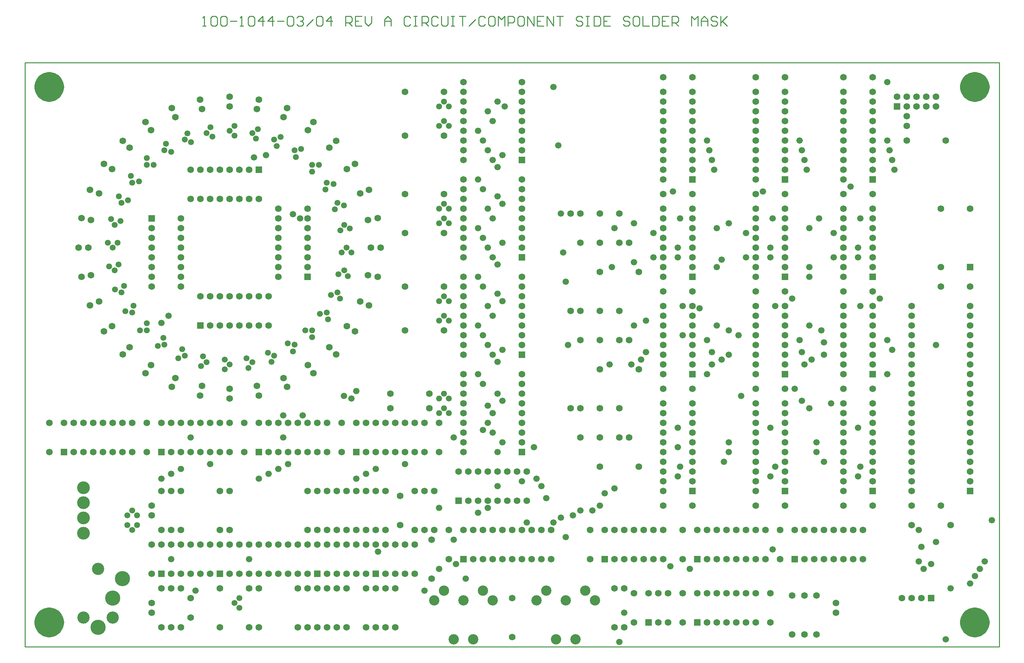
<source format=gbs>
*%FSLAX23Y23*%
*%MOIN*%
G01*
%ADD11C,0.007*%
%ADD12C,0.008*%
%ADD13C,0.010*%
%ADD14C,0.012*%
%ADD15C,0.020*%
%ADD16C,0.032*%
%ADD17C,0.032*%
%ADD18C,0.036*%
%ADD19C,0.036*%
%ADD20C,0.042*%
%ADD21C,0.050*%
%ADD22C,0.050*%
%ADD23C,0.052*%
%ADD24C,0.052*%
%ADD25C,0.055*%
%ADD26C,0.055*%
%ADD27C,0.056*%
%ADD28C,0.056*%
%ADD29C,0.060*%
%ADD30C,0.061*%
%ADD31C,0.061*%
%ADD32C,0.062*%
%ADD33C,0.062*%
%ADD34C,0.066*%
%ADD35C,0.068*%
%ADD36C,0.068*%
%ADD37C,0.070*%
%ADD38C,0.080*%
%ADD39C,0.090*%
%ADD40C,0.095*%
%ADD41C,0.100*%
%ADD42C,0.106*%
%ADD43C,0.115*%
%ADD44C,0.120*%
%ADD45C,0.125*%
%ADD46C,0.126*%
%ADD47C,0.131*%
%ADD48C,0.140*%
%ADD49C,0.150*%
%ADD50C,0.156*%
%ADD51C,0.160*%
%ADD52C,0.250*%
%ADD53R,0.062X0.062*%
%ADD54R,0.068X0.068*%
D13*
X6624Y11163D02*
X6657D01*
X6641D01*
Y11263D01*
X6642D01*
X6641D02*
X6624Y11246D01*
X6707D02*
X6724Y11263D01*
X6757D01*
X6774Y11246D01*
Y11180D01*
X6757Y11163D01*
X6724D01*
X6707Y11180D01*
Y11246D01*
X6807D02*
X6824Y11263D01*
X6857D01*
X6874Y11246D01*
Y11180D01*
X6857Y11163D01*
X6824D01*
X6807Y11180D01*
Y11246D01*
X6907Y11213D02*
X6974D01*
X7007Y11163D02*
X7041D01*
X7024D01*
Y11263D01*
X7025D01*
X7024D02*
X7007Y11246D01*
X7091D02*
X7107Y11263D01*
X7140D01*
X7157Y11246D01*
Y11180D01*
X7140Y11163D01*
X7107D01*
X7091Y11180D01*
Y11246D01*
X7240Y11263D02*
Y11163D01*
X7190Y11213D02*
X7240Y11263D01*
X7257Y11213D02*
X7190D01*
X7340Y11163D02*
Y11263D01*
X7290Y11213D01*
X7357D01*
X7390D02*
X7457D01*
X7490Y11246D02*
X7507Y11263D01*
X7540D01*
X7557Y11246D01*
Y11180D01*
X7540Y11163D01*
X7507D01*
X7490Y11180D01*
Y11246D01*
X7590D02*
X7607Y11263D01*
X7640D01*
X7657Y11246D01*
Y11230D01*
X7658D01*
X7657D02*
X7658D01*
X7657D02*
X7658D01*
X7657D02*
X7640Y11213D01*
X7624D01*
X7640D01*
X7657Y11196D01*
Y11180D01*
X7640Y11163D01*
X7607D01*
X7590Y11180D01*
X7690Y11163D02*
X7757Y11230D01*
X7790Y11246D02*
X7807Y11263D01*
X7840D01*
X7857Y11246D01*
Y11180D01*
X7840Y11163D01*
X7807D01*
X7790Y11180D01*
Y11246D01*
X7940Y11263D02*
Y11163D01*
X7890Y11213D02*
X7940Y11263D01*
X7957Y11213D02*
X7890D01*
X8090Y11163D02*
Y11263D01*
X8140D01*
X8157Y11246D01*
Y11213D01*
X8140Y11196D01*
X8090D01*
X8124D02*
X8157Y11163D01*
X8190Y11263D02*
X8257D01*
X8190D02*
Y11163D01*
X8257D01*
X8223Y11213D02*
X8190D01*
X8290Y11196D02*
Y11263D01*
Y11196D02*
X8323Y11163D01*
X8357Y11196D01*
Y11263D01*
X8490Y11230D02*
Y11163D01*
Y11230D02*
X8523Y11263D01*
X8557Y11230D01*
Y11163D01*
Y11213D01*
X8490D01*
X8740Y11263D02*
X8757Y11246D01*
X8740Y11263D02*
X8707D01*
X8690Y11246D01*
Y11180D01*
X8707Y11163D01*
X8740D01*
X8757Y11180D01*
X8790Y11263D02*
X8823D01*
X8807D01*
Y11163D01*
X8790D01*
X8823D01*
X8873D02*
Y11263D01*
X8923D01*
X8940Y11246D01*
Y11213D01*
X8923Y11196D01*
X8873D01*
X8907D02*
X8940Y11163D01*
X9040Y11246D02*
X9023Y11263D01*
X8990D01*
X8973Y11246D01*
Y11180D01*
X8990Y11163D01*
X9023D01*
X9040Y11180D01*
X9073D02*
Y11263D01*
Y11180D02*
X9090Y11163D01*
X9123D01*
X9140Y11180D01*
Y11263D01*
X9173D02*
X9206D01*
X9190D01*
Y11163D01*
X9173D01*
X9206D01*
X9256Y11263D02*
X9323D01*
X9290D01*
Y11163D01*
X9356D02*
X9423Y11230D01*
X9506Y11263D02*
X9523Y11246D01*
X9506Y11263D02*
X9473D01*
X9456Y11246D01*
Y11180D01*
X9473Y11163D01*
X9506D01*
X9523Y11180D01*
X9573Y11263D02*
X9606D01*
X9573D02*
X9556Y11246D01*
Y11180D01*
X9573Y11163D01*
X9606D01*
X9623Y11180D01*
Y11246D01*
X9606Y11263D01*
X9656D02*
Y11163D01*
X9690Y11230D02*
X9656Y11263D01*
X9690Y11230D02*
X9723Y11263D01*
Y11163D01*
X9756D02*
Y11263D01*
X9806D01*
X9823Y11246D01*
Y11213D01*
X9806Y11196D01*
X9756D01*
X9873Y11263D02*
X9906D01*
X9873D02*
X9856Y11246D01*
Y11180D01*
X9873Y11163D01*
X9906D01*
X9923Y11180D01*
Y11246D01*
X9906Y11263D01*
X9956D02*
Y11163D01*
X10023D02*
X9956Y11263D01*
X10023D02*
Y11163D01*
X10056Y11263D02*
X10123D01*
X10056D02*
Y11163D01*
X10123D01*
X10090Y11213D02*
X10056D01*
X10156Y11163D02*
Y11263D01*
X10223Y11163D01*
Y11263D01*
X10256D02*
X10323D01*
X10289D01*
Y11163D01*
X10506Y11263D02*
X10523Y11246D01*
X10506Y11263D02*
X10473D01*
X10456Y11246D01*
Y11230D01*
X10473Y11213D01*
X10506D01*
X10523Y11196D01*
Y11180D01*
X10506Y11163D01*
X10473D01*
X10456Y11180D01*
X10556Y11263D02*
X10589D01*
X10573D01*
Y11163D01*
X10556D01*
X10589D01*
X10639D02*
Y11263D01*
Y11163D02*
X10689D01*
X10706Y11180D01*
Y11246D01*
X10689Y11263D01*
X10639D01*
X10739D02*
X10806D01*
X10739D02*
Y11163D01*
X10806D01*
X10773Y11213D02*
X10739D01*
X10989Y11263D02*
X11006Y11246D01*
X10989Y11263D02*
X10956D01*
X10939Y11246D01*
Y11230D01*
X10956Y11213D01*
X10989D01*
X11006Y11196D01*
Y11180D01*
X10989Y11163D01*
X10956D01*
X10939Y11180D01*
X11056Y11263D02*
X11089D01*
X11056D02*
X11039Y11246D01*
Y11180D01*
X11056Y11163D01*
X11089D01*
X11106Y11180D01*
Y11246D01*
X11089Y11263D01*
X11139D02*
Y11163D01*
X11206D01*
X11239D02*
Y11263D01*
Y11163D02*
X11289D01*
X11306Y11180D01*
Y11246D01*
X11289Y11263D01*
X11239D01*
X11339D02*
X11406D01*
X11339D02*
Y11163D01*
X11406D01*
X11372Y11213D02*
X11339D01*
X11439Y11163D02*
Y11263D01*
X11489D01*
X11506Y11246D01*
Y11213D01*
X11489Y11196D01*
X11439D01*
X11472D02*
X11506Y11163D01*
X11639D02*
Y11263D01*
X11672Y11230D01*
X11706Y11263D01*
Y11163D01*
X11739D02*
Y11230D01*
X11772Y11263D01*
X11806Y11230D01*
Y11163D01*
Y11213D01*
X11739D01*
X11889Y11263D02*
X11906Y11246D01*
X11889Y11263D02*
X11856D01*
X11839Y11246D01*
Y11230D01*
X11856Y11213D01*
X11889D01*
X11906Y11196D01*
Y11180D01*
X11889Y11163D01*
X11856D01*
X11839Y11180D01*
X11939Y11163D02*
Y11263D01*
Y11196D02*
Y11163D01*
Y11196D02*
X12006Y11263D01*
X11956Y11213D01*
X12006Y11163D01*
X4799Y10788D02*
Y4788D01*
X14799D02*
Y10788D01*
X4799D01*
Y4788D02*
X14799D01*
D30*
X5849Y6038D02*
D03*
X5899Y5988D02*
D03*
X5949Y6038D02*
D03*
Y6138D02*
D03*
X5899Y6188D02*
D03*
X5849Y6138D02*
D03*
X6849Y7738D02*
D03*
X6899Y7688D02*
D03*
X6849Y7638D02*
D03*
X6606Y7672D02*
D03*
X6665Y7711D02*
D03*
X6626Y7770D02*
D03*
X6413Y7845D02*
D03*
X6440Y7779D02*
D03*
X6374Y7752D02*
D03*
X6163Y7876D02*
D03*
X6232Y7890D02*
D03*
X6219Y7960D02*
D03*
X6050Y8110D02*
D03*
Y8039D02*
D03*
X5980D02*
D03*
X5832Y8235D02*
D03*
X5901Y8221D02*
D03*
X5915Y8291D02*
D03*
X5817Y8494D02*
D03*
X5790Y8429D02*
D03*
X5725Y8456D02*
D03*
X5663Y8693D02*
D03*
X5722Y8654D02*
D03*
X5761Y8713D02*
D03*
X5749Y8938D02*
D03*
X5699Y8888D02*
D03*
X5649Y8938D02*
D03*
X6121Y9737D02*
D03*
X6050D02*
D03*
Y9807D02*
D03*
X5683Y9181D02*
D03*
X5722Y9122D02*
D03*
X5781Y9161D02*
D03*
X5856Y9374D02*
D03*
X5790Y9347D02*
D03*
X5763Y9413D02*
D03*
X5887Y9624D02*
D03*
X5901Y9555D02*
D03*
X5971Y9568D02*
D03*
X6246Y9955D02*
D03*
X6232Y9886D02*
D03*
X6302Y9872D02*
D03*
X6505Y9970D02*
D03*
X6440Y9997D02*
D03*
X6467Y10062D02*
D03*
X6704Y10124D02*
D03*
X6665Y10065D02*
D03*
X6724Y10026D02*
D03*
X6949Y10038D02*
D03*
X6899Y10088D02*
D03*
X6949Y10138D02*
D03*
X6999Y5288D02*
D03*
X6949Y5238D02*
D03*
X6999Y5188D02*
D03*
X7677Y8039D02*
D03*
X7748D02*
D03*
Y7969D02*
D03*
X8049Y8838D02*
D03*
X8099Y8888D02*
D03*
X8149Y8838D02*
D03*
X8115Y8595D02*
D03*
X8076Y8654D02*
D03*
X8017Y8615D02*
D03*
X7942Y8402D02*
D03*
X8008Y8429D02*
D03*
X8035Y8363D02*
D03*
X7911Y8152D02*
D03*
X7897Y8221D02*
D03*
X7827Y8208D02*
D03*
X7552Y7821D02*
D03*
X7566Y7890D02*
D03*
X7496Y7904D02*
D03*
X7293Y7806D02*
D03*
X7358Y7779D02*
D03*
X7331Y7714D02*
D03*
X7094Y7652D02*
D03*
X7133Y7711D02*
D03*
X7074Y7750D02*
D03*
X7192Y10104D02*
D03*
X7133Y10065D02*
D03*
X7172Y10006D02*
D03*
X7385Y9931D02*
D03*
X7358Y9997D02*
D03*
X7424Y10024D02*
D03*
X7635Y9900D02*
D03*
X7566Y9886D02*
D03*
X7579Y9816D02*
D03*
X7748Y9666D02*
D03*
Y9737D02*
D03*
X7818D02*
D03*
X7966Y9541D02*
D03*
X7897Y9555D02*
D03*
X7883Y9485D02*
D03*
X7981Y9282D02*
D03*
X8008Y9347D02*
D03*
X8073Y9320D02*
D03*
X8135Y9083D02*
D03*
X8076Y9122D02*
D03*
X8037Y9063D02*
D03*
X9149Y7188D02*
D03*
X9099Y7238D02*
D03*
X9049Y7188D02*
D03*
X9149Y7338D02*
D03*
X9099Y7388D02*
D03*
X9049Y7338D02*
D03*
X9149Y8138D02*
D03*
X9099Y8188D02*
D03*
X9049Y8138D02*
D03*
X9149Y8338D02*
D03*
X9099Y8388D02*
D03*
X9049Y8338D02*
D03*
X9149Y9138D02*
D03*
X9099Y9188D02*
D03*
X9049Y9138D02*
D03*
X9149Y9288D02*
D03*
X9099Y9338D02*
D03*
X9049Y9288D02*
D03*
X9149Y10138D02*
D03*
X9099Y10188D02*
D03*
X9049Y10138D02*
D03*
X9149Y10338D02*
D03*
X9099Y10388D02*
D03*
X9049Y10338D02*
D03*
D34*
X14649Y5663D02*
D03*
X14599Y5588D02*
D03*
X14724Y6088D02*
D03*
X14549Y5513D02*
D03*
X14499Y5438D02*
D03*
X14249Y4863D02*
D03*
X14299Y5388D02*
D03*
X14149Y5863D02*
D03*
X13999Y5813D02*
D03*
X14024Y5588D02*
D03*
X14099Y5638D02*
D03*
X14149Y7888D02*
D03*
X13974Y5663D02*
D03*
Y5988D02*
D03*
X13649Y7938D02*
D03*
Y7588D02*
D03*
X13699Y7838D02*
D03*
X13649Y10588D02*
D03*
Y9988D02*
D03*
X13674Y9888D02*
D03*
X13699Y9788D02*
D03*
X13724Y9688D02*
D03*
X13574Y8363D02*
D03*
X13349Y7038D02*
D03*
Y6538D02*
D03*
X13374Y6638D02*
D03*
X13349Y8888D02*
D03*
Y8788D02*
D03*
X13374Y8288D02*
D03*
X13274Y9513D02*
D03*
X13374Y9188D02*
D03*
X13074Y7288D02*
D03*
X12999Y6688D02*
D03*
X13099Y8788D02*
D03*
X12999Y7913D02*
D03*
Y7788D02*
D03*
X13099Y9038D02*
D03*
X12849Y7238D02*
D03*
X12924Y6888D02*
D03*
Y6788D02*
D03*
X12849Y8688D02*
D03*
Y8588D02*
D03*
Y8088D02*
D03*
X12874Y7738D02*
D03*
X12974Y8038D02*
D03*
X12824Y9688D02*
D03*
X12849Y9088D02*
D03*
X12949Y9188D02*
D03*
X12774Y7313D02*
D03*
X12699Y7438D02*
D03*
X12674Y8363D02*
D03*
X12749Y7938D02*
D03*
X12774Y7813D02*
D03*
X12799Y7688D02*
D03*
X12749Y9988D02*
D03*
X12774Y9888D02*
D03*
X12799Y9788D02*
D03*
X12474Y5788D02*
D03*
X12449Y7038D02*
D03*
Y6538D02*
D03*
X12499Y6638D02*
D03*
X12449Y8888D02*
D03*
X12499Y8288D02*
D03*
X12449Y8788D02*
D03*
X12474Y9188D02*
D03*
X12374Y9463D02*
D03*
X12024Y6888D02*
D03*
Y6788D02*
D03*
X12149Y7363D02*
D03*
X12199Y8788D02*
D03*
X12024Y7788D02*
D03*
X12124Y7988D02*
D03*
X12024Y8038D02*
D03*
Y9138D02*
D03*
X12199Y9038D02*
D03*
X11974Y6688D02*
D03*
X11849Y7813D02*
D03*
X11899Y8688D02*
D03*
X11949Y8763D02*
D03*
X11899Y8088D02*
D03*
X11849Y7688D02*
D03*
X11949Y7738D02*
D03*
X11824Y9888D02*
D03*
X11849Y9788D02*
D03*
X11874Y9688D02*
D03*
X11899Y9088D02*
D03*
X11724Y8263D02*
D03*
X11799Y7938D02*
D03*
Y7588D02*
D03*
Y9988D02*
D03*
X11499Y7038D02*
D03*
X11524Y6638D02*
D03*
X11499Y6538D02*
D03*
Y6838D02*
D03*
Y8888D02*
D03*
Y8788D02*
D03*
X11549Y7988D02*
D03*
Y8288D02*
D03*
X11449Y9463D02*
D03*
X11524Y9188D02*
D03*
X11624Y5588D02*
D03*
X11424Y5613D02*
D03*
X11249Y8788D02*
D03*
Y9038D02*
D03*
X11049Y8738D02*
D03*
Y8088D02*
D03*
X11124Y7738D02*
D03*
X11174Y8138D02*
D03*
Y7813D02*
D03*
X11049Y9138D02*
D03*
X10949Y5138D02*
D03*
X10899Y4838D02*
D03*
X10849Y6413D02*
D03*
X11024Y7688D02*
D03*
X10849Y9088D02*
D03*
X10749Y6363D02*
D03*
X10699Y6238D02*
D03*
X10799Y7688D02*
D03*
X10824Y8688D02*
D03*
X10499Y6188D02*
D03*
X10624D02*
D03*
X10349Y5913D02*
D03*
X10299Y6113D02*
D03*
X10424Y6138D02*
D03*
X10324Y8838D02*
D03*
X10349Y8538D02*
D03*
X10374Y7888D02*
D03*
X10274Y9938D02*
D03*
X10299Y9238D02*
D03*
X10099Y6438D02*
D03*
X10149Y6313D02*
D03*
X10224Y6063D02*
D03*
Y10538D02*
D03*
X10024Y6838D02*
D03*
X9899Y6488D02*
D03*
X9949Y6063D02*
D03*
X10049Y6513D02*
D03*
X9699Y6888D02*
D03*
Y7313D02*
D03*
Y8938D02*
D03*
Y8338D02*
D03*
Y7838D02*
D03*
X9724Y10338D02*
D03*
X9699Y9838D02*
D03*
Y9338D02*
D03*
X9649Y7388D02*
D03*
Y6788D02*
D03*
X9599Y7188D02*
D03*
Y6988D02*
D03*
X9549Y6213D02*
D03*
X9649Y6438D02*
D03*
X9499Y7013D02*
D03*
X9549Y7088D02*
D03*
Y7263D02*
D03*
X9599Y8788D02*
D03*
Y8188D02*
D03*
Y7788D02*
D03*
X9549Y8888D02*
D03*
Y8288D02*
D03*
Y7888D02*
D03*
X9499Y8988D02*
D03*
Y8488D02*
D03*
Y7988D02*
D03*
Y7488D02*
D03*
X9649Y7713D02*
D03*
Y8713D02*
D03*
Y8413D02*
D03*
Y10388D02*
D03*
X9599Y10188D02*
D03*
Y9788D02*
D03*
Y9188D02*
D03*
X9549Y10288D02*
D03*
Y9888D02*
D03*
Y9288D02*
D03*
X9499Y9988D02*
D03*
Y9488D02*
D03*
X9649Y9713D02*
D03*
Y9413D02*
D03*
X9324Y5488D02*
D03*
X9449Y6163D02*
D03*
Y8588D02*
D03*
Y7588D02*
D03*
Y8088D02*
D03*
Y9588D02*
D03*
Y10088D02*
D03*
Y9088D02*
D03*
X9199Y5888D02*
D03*
X9224Y5638D02*
D03*
X9199Y6938D02*
D03*
X9049Y5588D02*
D03*
X8899Y5363D02*
D03*
X9049Y6213D02*
D03*
X8699Y6663D02*
D03*
X8424Y5763D02*
D03*
X8399Y6613D02*
D03*
X8199Y7413D02*
D03*
X8149Y7338D02*
D03*
X8299Y6563D02*
D03*
X8199Y6513D02*
D03*
X8074Y7363D02*
D03*
X7649Y7163D02*
D03*
X7624Y9188D02*
D03*
X7549Y9230D02*
D03*
X7449Y7163D02*
D03*
Y6938D02*
D03*
X7499Y6663D02*
D03*
X7399Y6613D02*
D03*
X7299Y6563D02*
D03*
X7199Y6513D02*
D03*
X7149Y9813D02*
D03*
X7274Y9838D02*
D03*
X7099Y5688D02*
D03*
X6549Y5363D02*
D03*
X6699Y6663D02*
D03*
X6499Y6938D02*
D03*
X6399Y6613D02*
D03*
X6299Y5688D02*
D03*
Y6563D02*
D03*
X6199Y6513D02*
D03*
X6274Y8188D02*
D03*
X6199Y8113D02*
D03*
D35*
X5049Y7088D02*
D03*
Y6788D02*
D03*
X5199Y7088D02*
D03*
X5299D02*
D03*
X5399D02*
D03*
X5499D02*
D03*
X5599D02*
D03*
X5699D02*
D03*
X5799D02*
D03*
X5899D02*
D03*
Y6788D02*
D03*
X5799D02*
D03*
X5699D02*
D03*
X5599D02*
D03*
X5499D02*
D03*
X5399D02*
D03*
X5299D02*
D03*
X6299Y5538D02*
D03*
X6199Y5838D02*
D03*
X6299D02*
D03*
X6399D02*
D03*
X6499D02*
D03*
Y5538D02*
D03*
X6399D02*
D03*
X6099Y5838D02*
D03*
Y5538D02*
D03*
X6599D02*
D03*
Y5838D02*
D03*
X6699D02*
D03*
Y5538D02*
D03*
X6799Y5838D02*
D03*
X6899D02*
D03*
X6999D02*
D03*
X7099D02*
D03*
X7199D02*
D03*
X7299D02*
D03*
X7399D02*
D03*
X7499D02*
D03*
Y5538D02*
D03*
X7399D02*
D03*
X7299D02*
D03*
X7199D02*
D03*
X7099D02*
D03*
X6999D02*
D03*
X6899D02*
D03*
X6199Y4988D02*
D03*
Y5388D02*
D03*
X6499Y5088D02*
D03*
Y5288D02*
D03*
X6099Y5238D02*
D03*
Y5138D02*
D03*
X6299Y5388D02*
D03*
Y4988D02*
D03*
X6799D02*
D03*
Y5388D02*
D03*
X6399D02*
D03*
Y4988D02*
D03*
X6049Y7088D02*
D03*
Y6788D02*
D03*
X6597Y7368D02*
D03*
X6616Y7466D02*
D03*
X6899Y7438D02*
D03*
Y7338D02*
D03*
X6799Y6388D02*
D03*
Y5988D02*
D03*
X6899Y6388D02*
D03*
Y5988D02*
D03*
X6299Y6388D02*
D03*
Y5988D02*
D03*
X6199Y6388D02*
D03*
Y5988D02*
D03*
X6399Y6388D02*
D03*
Y5988D02*
D03*
X6099Y6238D02*
D03*
Y6138D02*
D03*
X6199Y7088D02*
D03*
X6299D02*
D03*
X6399D02*
D03*
X6499D02*
D03*
X6599D02*
D03*
X6699D02*
D03*
X6799D02*
D03*
X6899D02*
D03*
Y6788D02*
D03*
X6799D02*
D03*
X6699D02*
D03*
X6599D02*
D03*
X6499D02*
D03*
X6399D02*
D03*
X6299D02*
D03*
X6599Y8388D02*
D03*
X6699D02*
D03*
X6799D02*
D03*
X6899D02*
D03*
X6999D02*
D03*
X7099D02*
D03*
X7199D02*
D03*
X7299D02*
D03*
Y8088D02*
D03*
X7199D02*
D03*
X7099D02*
D03*
X6999D02*
D03*
X6899D02*
D03*
X6799D02*
D03*
X6699D02*
D03*
X5449Y8888D02*
D03*
X5349D02*
D03*
X5379Y8586D02*
D03*
X5477Y8605D02*
D03*
X5559Y8333D02*
D03*
X5467Y8295D02*
D03*
X5610Y8027D02*
D03*
X5693Y8082D02*
D03*
X5874Y7863D02*
D03*
X5803Y7792D02*
D03*
X6038Y7599D02*
D03*
X6093Y7682D02*
D03*
X6344Y7548D02*
D03*
X6306Y7456D02*
D03*
X6399Y9188D02*
D03*
Y9088D02*
D03*
Y8988D02*
D03*
Y8888D02*
D03*
Y8788D02*
D03*
Y8688D02*
D03*
Y8588D02*
D03*
Y8488D02*
D03*
X6099D02*
D03*
Y8588D02*
D03*
Y8688D02*
D03*
Y8788D02*
D03*
Y8888D02*
D03*
Y8988D02*
D03*
Y9088D02*
D03*
X5379Y9190D02*
D03*
X5477Y9171D02*
D03*
X6899Y10338D02*
D03*
Y10438D02*
D03*
X6597Y10408D02*
D03*
X6616Y10310D02*
D03*
X6344Y10228D02*
D03*
X6306Y10320D02*
D03*
X6038Y10177D02*
D03*
X6093Y10094D02*
D03*
X5874Y9913D02*
D03*
X5803Y9984D02*
D03*
X5610Y9749D02*
D03*
X5693Y9694D02*
D03*
X5559Y9443D02*
D03*
X5467Y9481D02*
D03*
X8299Y4988D02*
D03*
Y5388D02*
D03*
X7899Y5538D02*
D03*
X7799Y5838D02*
D03*
X7899D02*
D03*
X7999D02*
D03*
X8099D02*
D03*
Y5538D02*
D03*
X7999D02*
D03*
X8499D02*
D03*
X8399Y5838D02*
D03*
X8499D02*
D03*
X8599D02*
D03*
X8699D02*
D03*
Y5538D02*
D03*
X8599D02*
D03*
X7599D02*
D03*
Y5838D02*
D03*
X7699D02*
D03*
Y5538D02*
D03*
X8199D02*
D03*
Y5838D02*
D03*
X8299D02*
D03*
Y5538D02*
D03*
X8399Y5388D02*
D03*
Y4988D02*
D03*
X7799D02*
D03*
Y5388D02*
D03*
X7699D02*
D03*
Y4988D02*
D03*
X7899Y5388D02*
D03*
Y4988D02*
D03*
X7999Y5388D02*
D03*
Y4988D02*
D03*
X8099D02*
D03*
Y5388D02*
D03*
X7199Y4988D02*
D03*
Y5388D02*
D03*
X7099D02*
D03*
Y4988D02*
D03*
X7599Y5388D02*
D03*
Y4988D02*
D03*
X8399Y6388D02*
D03*
Y5988D02*
D03*
X8299Y6388D02*
D03*
Y5988D02*
D03*
X7049Y7088D02*
D03*
Y6788D02*
D03*
X8049Y7088D02*
D03*
Y6788D02*
D03*
X8199Y7088D02*
D03*
X8299D02*
D03*
X8399D02*
D03*
X8499D02*
D03*
X8599D02*
D03*
X8699D02*
D03*
X8799D02*
D03*
X8899D02*
D03*
Y6788D02*
D03*
X8799D02*
D03*
X8699D02*
D03*
X8599D02*
D03*
X8499D02*
D03*
X8399D02*
D03*
X8299D02*
D03*
X7201Y7368D02*
D03*
X7182Y7466D02*
D03*
X7199Y7088D02*
D03*
X7299D02*
D03*
X7399D02*
D03*
X7499D02*
D03*
X7599D02*
D03*
X7699D02*
D03*
X7799D02*
D03*
X7899D02*
D03*
Y6788D02*
D03*
X7799D02*
D03*
X7699D02*
D03*
X7599D02*
D03*
X7499D02*
D03*
X7399D02*
D03*
X7299D02*
D03*
X7699Y6388D02*
D03*
Y5988D02*
D03*
X7799Y6388D02*
D03*
Y5988D02*
D03*
X7899Y6388D02*
D03*
Y5988D02*
D03*
X7999Y6388D02*
D03*
Y5988D02*
D03*
X8099D02*
D03*
Y6388D02*
D03*
X8199D02*
D03*
Y5988D02*
D03*
X7399Y8588D02*
D03*
Y8688D02*
D03*
Y8788D02*
D03*
Y8888D02*
D03*
Y8988D02*
D03*
Y9088D02*
D03*
Y9188D02*
D03*
Y9288D02*
D03*
X7699D02*
D03*
Y9188D02*
D03*
Y9088D02*
D03*
Y8988D02*
D03*
Y8888D02*
D03*
Y8788D02*
D03*
Y8688D02*
D03*
X7454Y7548D02*
D03*
X7492Y7456D02*
D03*
X7760Y7599D02*
D03*
X7705Y7682D02*
D03*
X7924Y7863D02*
D03*
X7995Y7792D02*
D03*
X8188Y8027D02*
D03*
X8105Y8082D02*
D03*
X8239Y8333D02*
D03*
X8331Y8295D02*
D03*
X8419Y8586D02*
D03*
X8321Y8605D02*
D03*
X8349Y8888D02*
D03*
X8449D02*
D03*
X7199Y9388D02*
D03*
X7099D02*
D03*
X6999D02*
D03*
X6899D02*
D03*
X6799D02*
D03*
X6699D02*
D03*
X6599D02*
D03*
X6499D02*
D03*
Y9688D02*
D03*
X6599D02*
D03*
X6699D02*
D03*
X6799D02*
D03*
X6899D02*
D03*
X6999D02*
D03*
X7099D02*
D03*
X8419Y9190D02*
D03*
X8321Y9171D02*
D03*
X8239Y9443D02*
D03*
X8331Y9481D02*
D03*
X8188Y9749D02*
D03*
X8105Y9694D02*
D03*
X7924Y9913D02*
D03*
X7995Y9984D02*
D03*
X7760Y10177D02*
D03*
X7705Y10094D02*
D03*
X7454Y10228D02*
D03*
X7492Y10320D02*
D03*
X7201Y10408D02*
D03*
X7182Y10310D02*
D03*
X9799Y5288D02*
D03*
Y4888D02*
D03*
X8974Y5488D02*
D03*
Y5888D02*
D03*
X9299Y5988D02*
D03*
X9399D02*
D03*
X9499D02*
D03*
X9599D02*
D03*
X9699D02*
D03*
X9799D02*
D03*
X9899D02*
D03*
X9999D02*
D03*
X10099D02*
D03*
X10199D02*
D03*
Y5688D02*
D03*
X10099D02*
D03*
X9999D02*
D03*
X9899D02*
D03*
X9799D02*
D03*
X9699D02*
D03*
X9599D02*
D03*
X9499D02*
D03*
X9399D02*
D03*
X8799Y5538D02*
D03*
Y5838D02*
D03*
X8599Y5388D02*
D03*
Y4988D02*
D03*
X8499Y5388D02*
D03*
Y4988D02*
D03*
X9149Y5988D02*
D03*
Y5688D02*
D03*
X8999Y5988D02*
D03*
Y6388D02*
D03*
X8899D02*
D03*
Y5988D02*
D03*
X8499Y6388D02*
D03*
Y5988D02*
D03*
X8799D02*
D03*
Y6388D02*
D03*
X8649Y6038D02*
D03*
Y6338D02*
D03*
X9049Y7088D02*
D03*
Y6788D02*
D03*
X9299D02*
D03*
Y6888D02*
D03*
Y6988D02*
D03*
Y7088D02*
D03*
Y7188D02*
D03*
Y7288D02*
D03*
Y7388D02*
D03*
Y7488D02*
D03*
Y7588D02*
D03*
X9899D02*
D03*
Y7488D02*
D03*
Y7388D02*
D03*
Y7288D02*
D03*
Y7188D02*
D03*
Y7088D02*
D03*
Y6988D02*
D03*
Y6888D02*
D03*
X9249Y6588D02*
D03*
X9349D02*
D03*
X9449D02*
D03*
X9549D02*
D03*
X9649D02*
D03*
X9749D02*
D03*
X9849D02*
D03*
X9949D02*
D03*
Y6288D02*
D03*
X9849D02*
D03*
X9749D02*
D03*
X9649D02*
D03*
X9549D02*
D03*
X9449D02*
D03*
X9349D02*
D03*
X8549Y7238D02*
D03*
X8949D02*
D03*
X8549Y7388D02*
D03*
X8949D02*
D03*
X9299Y7788D02*
D03*
Y7888D02*
D03*
Y7988D02*
D03*
Y8088D02*
D03*
Y8188D02*
D03*
Y8288D02*
D03*
Y8388D02*
D03*
Y8488D02*
D03*
Y8588D02*
D03*
X9899D02*
D03*
Y8488D02*
D03*
Y8388D02*
D03*
Y8288D02*
D03*
Y8188D02*
D03*
Y8088D02*
D03*
Y7988D02*
D03*
Y7888D02*
D03*
X9299Y8788D02*
D03*
Y8888D02*
D03*
Y8988D02*
D03*
Y9088D02*
D03*
Y9188D02*
D03*
Y9288D02*
D03*
Y9388D02*
D03*
Y9488D02*
D03*
Y9588D02*
D03*
X9899D02*
D03*
Y9488D02*
D03*
Y9388D02*
D03*
Y9288D02*
D03*
Y9188D02*
D03*
Y9088D02*
D03*
Y8988D02*
D03*
Y8888D02*
D03*
X8699Y8038D02*
D03*
X9099D02*
D03*
X8699Y8488D02*
D03*
X9099D02*
D03*
X9299Y9788D02*
D03*
Y9888D02*
D03*
Y9988D02*
D03*
Y10088D02*
D03*
Y10188D02*
D03*
Y10288D02*
D03*
Y10388D02*
D03*
Y10488D02*
D03*
Y10588D02*
D03*
X9899D02*
D03*
Y10488D02*
D03*
Y10388D02*
D03*
Y10288D02*
D03*
Y10188D02*
D03*
Y10088D02*
D03*
Y9988D02*
D03*
Y9888D02*
D03*
X8699Y9038D02*
D03*
X9099D02*
D03*
X8699Y9438D02*
D03*
X9099D02*
D03*
X8699Y10038D02*
D03*
X9099D02*
D03*
X8699Y10488D02*
D03*
X9099D02*
D03*
X10849Y5388D02*
D03*
Y4988D02*
D03*
X10949D02*
D03*
Y5388D02*
D03*
Y5688D02*
D03*
X10749Y5988D02*
D03*
X10849D02*
D03*
X10949D02*
D03*
X11049D02*
D03*
X11149D02*
D03*
X11249D02*
D03*
X11349D02*
D03*
Y5688D02*
D03*
X11249D02*
D03*
X11149D02*
D03*
X11049D02*
D03*
X10849D02*
D03*
X11549Y5338D02*
D03*
Y5038D02*
D03*
X11049Y5338D02*
D03*
Y5038D02*
D03*
X11299D02*
D03*
X11199Y5338D02*
D03*
X11299D02*
D03*
X11399D02*
D03*
Y5038D02*
D03*
X11099Y6638D02*
D03*
X10699D02*
D03*
X11549Y5988D02*
D03*
Y5688D02*
D03*
X10599Y5988D02*
D03*
Y5688D02*
D03*
X11349Y6238D02*
D03*
X11649D02*
D03*
X11349Y7438D02*
D03*
X11649D02*
D03*
X10699Y6938D02*
D03*
X10899D02*
D03*
X10499D02*
D03*
Y7238D02*
D03*
X10899D02*
D03*
X10699D02*
D03*
X10399D02*
D03*
X10999Y6938D02*
D03*
X11099Y7638D02*
D03*
X10699D02*
D03*
X11099Y8638D02*
D03*
X10699D02*
D03*
X11349Y8438D02*
D03*
X11649D02*
D03*
X10699Y7938D02*
D03*
X10899D02*
D03*
X10499D02*
D03*
Y8238D02*
D03*
X10899D02*
D03*
X10699D02*
D03*
X10399D02*
D03*
X10999Y7938D02*
D03*
X11349Y9438D02*
D03*
X11649D02*
D03*
X10699Y8938D02*
D03*
X10899D02*
D03*
X10499D02*
D03*
Y9238D02*
D03*
X10899D02*
D03*
X10699D02*
D03*
X10399D02*
D03*
X10999Y8938D02*
D03*
X11349Y10638D02*
D03*
X11649D02*
D03*
X12699Y5988D02*
D03*
X12799D02*
D03*
X12899D02*
D03*
X12999D02*
D03*
X13099D02*
D03*
X13199D02*
D03*
X13299D02*
D03*
X13399D02*
D03*
Y5688D02*
D03*
X13299D02*
D03*
X13199D02*
D03*
X13099D02*
D03*
X12999D02*
D03*
X12899D02*
D03*
X12799D02*
D03*
X11699Y5988D02*
D03*
X11799D02*
D03*
X11899D02*
D03*
X11999D02*
D03*
X12099D02*
D03*
X12199D02*
D03*
X12299D02*
D03*
X12399D02*
D03*
Y5688D02*
D03*
X12299D02*
D03*
X12199D02*
D03*
X12099D02*
D03*
X11999D02*
D03*
X11899D02*
D03*
X11799D02*
D03*
X12449Y5338D02*
D03*
Y5038D02*
D03*
X11899D02*
D03*
X11699Y5338D02*
D03*
X11799D02*
D03*
X11899D02*
D03*
X11999D02*
D03*
X12099D02*
D03*
X12199D02*
D03*
X12299D02*
D03*
Y5038D02*
D03*
X12199D02*
D03*
X12099D02*
D03*
X11999D02*
D03*
X11799D02*
D03*
X12924Y4913D02*
D03*
Y5313D02*
D03*
X13124Y5238D02*
D03*
Y5138D02*
D03*
X12799Y4913D02*
D03*
Y5313D02*
D03*
X12674Y4913D02*
D03*
Y5313D02*
D03*
X12549Y5988D02*
D03*
Y5688D02*
D03*
X12299Y6238D02*
D03*
X12599D02*
D03*
X11349Y6388D02*
D03*
Y6488D02*
D03*
Y6588D02*
D03*
Y6688D02*
D03*
Y6788D02*
D03*
Y6888D02*
D03*
Y6988D02*
D03*
Y7088D02*
D03*
Y7188D02*
D03*
Y7288D02*
D03*
X11649D02*
D03*
Y7188D02*
D03*
Y7088D02*
D03*
Y6988D02*
D03*
Y6888D02*
D03*
Y6788D02*
D03*
Y6688D02*
D03*
Y6588D02*
D03*
Y6488D02*
D03*
X12299Y6388D02*
D03*
Y6488D02*
D03*
Y6588D02*
D03*
Y6688D02*
D03*
Y6788D02*
D03*
Y6888D02*
D03*
Y6988D02*
D03*
Y7088D02*
D03*
Y7188D02*
D03*
Y7288D02*
D03*
X12599D02*
D03*
Y7188D02*
D03*
Y7088D02*
D03*
Y6988D02*
D03*
Y6888D02*
D03*
Y6788D02*
D03*
Y6688D02*
D03*
Y6588D02*
D03*
Y6488D02*
D03*
X12299Y7438D02*
D03*
X12599D02*
D03*
X11349Y7588D02*
D03*
Y7688D02*
D03*
Y7788D02*
D03*
Y7888D02*
D03*
Y7988D02*
D03*
Y8088D02*
D03*
Y8188D02*
D03*
Y8288D02*
D03*
X11649D02*
D03*
Y8188D02*
D03*
Y8088D02*
D03*
Y7988D02*
D03*
Y7888D02*
D03*
Y7788D02*
D03*
Y7688D02*
D03*
X12299Y8438D02*
D03*
X12599D02*
D03*
X12299Y8588D02*
D03*
Y8688D02*
D03*
Y8788D02*
D03*
Y8888D02*
D03*
Y8988D02*
D03*
Y9088D02*
D03*
Y9188D02*
D03*
Y9288D02*
D03*
X12599D02*
D03*
Y9188D02*
D03*
Y9088D02*
D03*
Y8988D02*
D03*
Y8888D02*
D03*
Y8788D02*
D03*
Y8688D02*
D03*
X12299Y7588D02*
D03*
Y7688D02*
D03*
Y7788D02*
D03*
Y7888D02*
D03*
Y7988D02*
D03*
Y8088D02*
D03*
Y8188D02*
D03*
Y8288D02*
D03*
X12599D02*
D03*
Y8188D02*
D03*
Y8088D02*
D03*
Y7988D02*
D03*
Y7888D02*
D03*
Y7788D02*
D03*
Y7688D02*
D03*
X11349Y8588D02*
D03*
Y8688D02*
D03*
Y8788D02*
D03*
Y8888D02*
D03*
Y8988D02*
D03*
Y9088D02*
D03*
Y9188D02*
D03*
Y9288D02*
D03*
X11649D02*
D03*
Y9188D02*
D03*
Y9088D02*
D03*
Y8988D02*
D03*
Y8888D02*
D03*
Y8788D02*
D03*
Y8688D02*
D03*
X12299Y9438D02*
D03*
X12599D02*
D03*
X11349Y9588D02*
D03*
Y9688D02*
D03*
Y9788D02*
D03*
Y9888D02*
D03*
Y9988D02*
D03*
Y10088D02*
D03*
Y10188D02*
D03*
Y10288D02*
D03*
Y10388D02*
D03*
Y10488D02*
D03*
X11649D02*
D03*
Y10388D02*
D03*
Y10288D02*
D03*
Y10188D02*
D03*
Y10088D02*
D03*
Y9988D02*
D03*
Y9888D02*
D03*
Y9788D02*
D03*
Y9688D02*
D03*
X12299Y9588D02*
D03*
Y9688D02*
D03*
Y9788D02*
D03*
Y9888D02*
D03*
Y9988D02*
D03*
Y10088D02*
D03*
Y10188D02*
D03*
Y10288D02*
D03*
Y10388D02*
D03*
Y10488D02*
D03*
X12599D02*
D03*
Y10388D02*
D03*
Y10288D02*
D03*
Y10188D02*
D03*
Y10088D02*
D03*
Y9988D02*
D03*
Y9888D02*
D03*
Y9788D02*
D03*
Y9688D02*
D03*
X12299Y10638D02*
D03*
X12599D02*
D03*
X13999Y5288D02*
D03*
X13899D02*
D03*
X13799D02*
D03*
X13899Y6388D02*
D03*
Y6488D02*
D03*
Y6588D02*
D03*
Y6688D02*
D03*
Y6788D02*
D03*
Y6888D02*
D03*
Y6988D02*
D03*
Y7088D02*
D03*
Y7188D02*
D03*
Y7288D02*
D03*
Y7388D02*
D03*
Y7488D02*
D03*
Y7588D02*
D03*
Y7688D02*
D03*
Y7788D02*
D03*
Y7888D02*
D03*
Y7988D02*
D03*
Y8088D02*
D03*
Y8188D02*
D03*
Y8288D02*
D03*
X14499D02*
D03*
Y8188D02*
D03*
Y8088D02*
D03*
Y7988D02*
D03*
Y7888D02*
D03*
Y7788D02*
D03*
Y7688D02*
D03*
Y7588D02*
D03*
Y7488D02*
D03*
Y7388D02*
D03*
Y7288D02*
D03*
Y7188D02*
D03*
Y7088D02*
D03*
Y6988D02*
D03*
Y6888D02*
D03*
Y6788D02*
D03*
Y6688D02*
D03*
Y6588D02*
D03*
Y6488D02*
D03*
X13899Y6038D02*
D03*
X14299D02*
D03*
X13899Y6238D02*
D03*
X14199D02*
D03*
X13199D02*
D03*
X13499D02*
D03*
X13199Y6388D02*
D03*
Y6488D02*
D03*
Y6588D02*
D03*
Y6688D02*
D03*
Y6788D02*
D03*
Y6888D02*
D03*
Y6988D02*
D03*
Y7088D02*
D03*
Y7188D02*
D03*
Y7288D02*
D03*
X13499D02*
D03*
Y7188D02*
D03*
Y7088D02*
D03*
Y6988D02*
D03*
Y6888D02*
D03*
Y6788D02*
D03*
Y6688D02*
D03*
Y6588D02*
D03*
Y6488D02*
D03*
X13199Y7438D02*
D03*
X13499D02*
D03*
X14499Y8488D02*
D03*
X14199D02*
D03*
Y8688D02*
D03*
Y9288D02*
D03*
X14499D02*
D03*
X13199Y8438D02*
D03*
X13499D02*
D03*
X13199Y8588D02*
D03*
Y8688D02*
D03*
Y8788D02*
D03*
Y8888D02*
D03*
Y8988D02*
D03*
Y9088D02*
D03*
Y9188D02*
D03*
Y9288D02*
D03*
X13499D02*
D03*
Y9188D02*
D03*
Y9088D02*
D03*
Y8988D02*
D03*
Y8888D02*
D03*
Y8788D02*
D03*
Y8688D02*
D03*
X13199Y7588D02*
D03*
Y7688D02*
D03*
Y7788D02*
D03*
Y7888D02*
D03*
Y7988D02*
D03*
Y8088D02*
D03*
Y8188D02*
D03*
Y8288D02*
D03*
X13499D02*
D03*
Y8188D02*
D03*
Y8088D02*
D03*
Y7988D02*
D03*
Y7888D02*
D03*
Y7788D02*
D03*
Y7688D02*
D03*
X13749Y10438D02*
D03*
X13849Y10338D02*
D03*
Y10438D02*
D03*
X13949Y10338D02*
D03*
Y10438D02*
D03*
X14049Y10338D02*
D03*
Y10438D02*
D03*
X14149Y10338D02*
D03*
Y10438D02*
D03*
X14249Y9988D02*
D03*
X13849D02*
D03*
Y10238D02*
D03*
Y10138D02*
D03*
X13199Y9438D02*
D03*
X13499D02*
D03*
X13199Y9588D02*
D03*
Y9688D02*
D03*
Y9788D02*
D03*
Y9888D02*
D03*
Y9988D02*
D03*
Y10088D02*
D03*
Y10188D02*
D03*
Y10288D02*
D03*
Y10388D02*
D03*
Y10488D02*
D03*
X13499D02*
D03*
Y10388D02*
D03*
Y10288D02*
D03*
Y10188D02*
D03*
Y10088D02*
D03*
Y9988D02*
D03*
Y9888D02*
D03*
Y9788D02*
D03*
Y9688D02*
D03*
X13199Y10638D02*
D03*
X13499D02*
D03*
D36*
X4930Y5038D02*
X4931D01*
X4930D02*
X4931Y5024D01*
X4933Y5011D01*
X4937Y4997D01*
X4943Y4985D01*
X4950Y4973D01*
X4958Y4962D01*
X4967Y4951D01*
X4978Y4943D01*
X4990Y4935D01*
X5002Y4929D01*
X5015Y4924D01*
X5028Y4921D01*
X5042Y4919D01*
X5056D01*
X5070Y4921D01*
X5083Y4924D01*
X5096Y4929D01*
X5108Y4935D01*
X5120Y4943D01*
X5131Y4951D01*
X5140Y4962D01*
X5148Y4973D01*
X5155Y4985D01*
X5161Y4997D01*
X5165Y5011D01*
X5167Y5024D01*
X5168Y5038D01*
X5169D01*
X5168D02*
X5167Y5052D01*
X5165Y5065D01*
X5161Y5079D01*
X5155Y5091D01*
X5148Y5103D01*
X5140Y5114D01*
X5131Y5125D01*
X5120Y5133D01*
X5108Y5141D01*
X5096Y5147D01*
X5083Y5152D01*
X5070Y5155D01*
X5056Y5157D01*
X5042D01*
X5028Y5155D01*
X5015Y5152D01*
X5002Y5147D01*
X4990Y5141D01*
X4978Y5133D01*
X4967Y5125D01*
X4958Y5114D01*
X4950Y5103D01*
X4943Y5091D01*
X4937Y5079D01*
X4933Y5065D01*
X4931Y5052D01*
X4930Y5038D01*
X4996D02*
X4997D01*
X4996D02*
X4997Y5027D01*
X5001Y5016D01*
X5006Y5007D01*
X5014Y4999D01*
X5022Y4992D01*
X5033Y4988D01*
X5043Y4985D01*
X5055D01*
X5065Y4988D01*
X5076Y4992D01*
X5084Y4999D01*
X5092Y5007D01*
X5097Y5016D01*
X5101Y5027D01*
X5102Y5038D01*
X5103D01*
X5102D02*
X5101Y5049D01*
X5097Y5060D01*
X5092Y5069D01*
X5084Y5077D01*
X5076Y5084D01*
X5065Y5088D01*
X5055Y5091D01*
X5043D01*
X5033Y5088D01*
X5022Y5084D01*
X5014Y5077D01*
X5006Y5069D01*
X5001Y5060D01*
X4997Y5049D01*
X4996Y5038D01*
X5049D02*
D03*
X4930Y10538D02*
X4931D01*
X4930D02*
X4931Y10524D01*
X4933Y10511D01*
X4937Y10497D01*
X4943Y10485D01*
X4950Y10473D01*
X4958Y10462D01*
X4967Y10451D01*
X4978Y10443D01*
X4990Y10435D01*
X5002Y10429D01*
X5015Y10424D01*
X5028Y10421D01*
X5042Y10419D01*
X5056D01*
X5070Y10421D01*
X5083Y10424D01*
X5096Y10429D01*
X5108Y10435D01*
X5120Y10443D01*
X5131Y10451D01*
X5140Y10462D01*
X5148Y10473D01*
X5155Y10485D01*
X5161Y10497D01*
X5165Y10511D01*
X5167Y10524D01*
X5168Y10538D01*
X5169D01*
X5168D02*
X5167Y10552D01*
X5165Y10565D01*
X5161Y10579D01*
X5155Y10591D01*
X5148Y10603D01*
X5140Y10614D01*
X5131Y10625D01*
X5120Y10633D01*
X5108Y10641D01*
X5096Y10647D01*
X5083Y10652D01*
X5070Y10655D01*
X5056Y10657D01*
X5042D01*
X5028Y10655D01*
X5015Y10652D01*
X5002Y10647D01*
X4990Y10641D01*
X4978Y10633D01*
X4967Y10625D01*
X4958Y10614D01*
X4950Y10603D01*
X4943Y10591D01*
X4937Y10579D01*
X4933Y10565D01*
X4931Y10552D01*
X4930Y10538D01*
X4996D02*
X4997D01*
X4996D02*
X4997Y10527D01*
X5001Y10516D01*
X5006Y10507D01*
X5014Y10499D01*
X5022Y10492D01*
X5033Y10488D01*
X5043Y10485D01*
X5055D01*
X5065Y10488D01*
X5076Y10492D01*
X5084Y10499D01*
X5092Y10507D01*
X5097Y10516D01*
X5101Y10527D01*
X5102Y10538D01*
X5103D01*
X5102D02*
X5101Y10549D01*
X5097Y10560D01*
X5092Y10569D01*
X5084Y10577D01*
X5076Y10584D01*
X5065Y10588D01*
X5055Y10591D01*
X5043D01*
X5033Y10588D01*
X5022Y10584D01*
X5014Y10577D01*
X5006Y10569D01*
X5001Y10560D01*
X4997Y10549D01*
X4996Y10538D01*
X5049D02*
D03*
X14430Y5038D02*
X14431D01*
X14430D02*
X14431Y5024D01*
X14433Y5011D01*
X14437Y4997D01*
X14443Y4985D01*
X14450Y4973D01*
X14458Y4962D01*
X14467Y4951D01*
X14478Y4943D01*
X14490Y4935D01*
X14502Y4929D01*
X14515Y4924D01*
X14528Y4921D01*
X14542Y4919D01*
X14556D01*
X14570Y4921D01*
X14583Y4924D01*
X14596Y4929D01*
X14608Y4935D01*
X14620Y4943D01*
X14631Y4951D01*
X14640Y4962D01*
X14648Y4973D01*
X14655Y4985D01*
X14661Y4997D01*
X14665Y5011D01*
X14667Y5024D01*
X14668Y5038D01*
X14669D01*
X14668D02*
X14667Y5052D01*
X14665Y5065D01*
X14661Y5079D01*
X14655Y5091D01*
X14648Y5103D01*
X14640Y5114D01*
X14631Y5125D01*
X14620Y5133D01*
X14608Y5141D01*
X14596Y5147D01*
X14583Y5152D01*
X14570Y5155D01*
X14556Y5157D01*
X14542D01*
X14528Y5155D01*
X14515Y5152D01*
X14502Y5147D01*
X14490Y5141D01*
X14478Y5133D01*
X14467Y5125D01*
X14458Y5114D01*
X14450Y5103D01*
X14443Y5091D01*
X14437Y5079D01*
X14433Y5065D01*
X14431Y5052D01*
X14430Y5038D01*
X14496D02*
X14497D01*
X14496D02*
X14497Y5027D01*
X14501Y5016D01*
X14506Y5007D01*
X14514Y4999D01*
X14522Y4992D01*
X14533Y4988D01*
X14543Y4985D01*
X14555D01*
X14565Y4988D01*
X14576Y4992D01*
X14584Y4999D01*
X14592Y5007D01*
X14597Y5016D01*
X14601Y5027D01*
X14602Y5038D01*
X14603D01*
X14602D02*
X14601Y5049D01*
X14597Y5060D01*
X14592Y5069D01*
X14584Y5077D01*
X14576Y5084D01*
X14565Y5088D01*
X14555Y5091D01*
X14543D01*
X14533Y5088D01*
X14522Y5084D01*
X14514Y5077D01*
X14506Y5069D01*
X14501Y5060D01*
X14497Y5049D01*
X14496Y5038D01*
X14549D02*
D03*
X14430Y10538D02*
X14431D01*
X14430D02*
X14431Y10524D01*
X14433Y10511D01*
X14437Y10497D01*
X14443Y10485D01*
X14450Y10473D01*
X14458Y10462D01*
X14467Y10451D01*
X14478Y10443D01*
X14490Y10435D01*
X14502Y10429D01*
X14515Y10424D01*
X14528Y10421D01*
X14542Y10419D01*
X14556D01*
X14570Y10421D01*
X14583Y10424D01*
X14596Y10429D01*
X14608Y10435D01*
X14620Y10443D01*
X14631Y10451D01*
X14640Y10462D01*
X14648Y10473D01*
X14655Y10485D01*
X14661Y10497D01*
X14665Y10511D01*
X14667Y10524D01*
X14668Y10538D01*
X14669D01*
X14668D02*
X14667Y10552D01*
X14665Y10565D01*
X14661Y10579D01*
X14655Y10591D01*
X14648Y10603D01*
X14640Y10614D01*
X14631Y10625D01*
X14620Y10633D01*
X14608Y10641D01*
X14596Y10647D01*
X14583Y10652D01*
X14570Y10655D01*
X14556Y10657D01*
X14542D01*
X14528Y10655D01*
X14515Y10652D01*
X14502Y10647D01*
X14490Y10641D01*
X14478Y10633D01*
X14467Y10625D01*
X14458Y10614D01*
X14450Y10603D01*
X14443Y10591D01*
X14437Y10579D01*
X14433Y10565D01*
X14431Y10552D01*
X14430Y10538D01*
X14496D02*
X14497D01*
X14496D02*
X14497Y10527D01*
X14501Y10516D01*
X14506Y10507D01*
X14514Y10499D01*
X14522Y10492D01*
X14533Y10488D01*
X14543Y10485D01*
X14555D01*
X14565Y10488D01*
X14576Y10492D01*
X14584Y10499D01*
X14592Y10507D01*
X14597Y10516D01*
X14601Y10527D01*
X14602Y10538D01*
X14603D01*
X14602D02*
X14601Y10549D01*
X14597Y10560D01*
X14592Y10569D01*
X14584Y10577D01*
X14576Y10584D01*
X14565Y10588D01*
X14555Y10591D01*
X14543D01*
X14533Y10588D01*
X14522Y10584D01*
X14514Y10577D01*
X14506Y10569D01*
X14501Y10560D01*
X14497Y10549D01*
X14496Y10538D01*
X14549D02*
D03*
D42*
X9199Y4863D02*
D03*
X9399D02*
D03*
X8999Y5263D02*
D03*
X9599D02*
D03*
X9499Y5363D02*
D03*
X9099D02*
D03*
X9299Y5263D02*
D03*
X10249Y4863D02*
D03*
X10449D02*
D03*
X10049Y5263D02*
D03*
X10649D02*
D03*
X10549Y5363D02*
D03*
X10149D02*
D03*
X10349Y5263D02*
D03*
D46*
X5549Y5588D02*
D03*
X5399Y5088D02*
D03*
X5699D02*
D03*
D47*
X5399Y6110D02*
D03*
Y6422D02*
D03*
Y5954D02*
D03*
Y6266D02*
D03*
D50*
X5549Y4988D02*
D03*
X5799Y5488D02*
D03*
X5699Y5288D02*
D03*
D54*
X5199Y6788D02*
D03*
X6199Y5538D02*
D03*
X6799D02*
D03*
X6199Y6788D02*
D03*
X6599Y8088D02*
D03*
X6099Y9188D02*
D03*
X7799Y5538D02*
D03*
X8399D02*
D03*
X8199Y6788D02*
D03*
X7199D02*
D03*
X7699Y8588D02*
D03*
X7199Y9688D02*
D03*
X9299Y5688D02*
D03*
X9899Y6788D02*
D03*
X9249Y6288D02*
D03*
X9899Y7788D02*
D03*
Y8788D02*
D03*
Y9788D02*
D03*
X10749Y5688D02*
D03*
X11199Y5038D02*
D03*
X12699Y5688D02*
D03*
X11699D02*
D03*
Y5038D02*
D03*
X11649Y6388D02*
D03*
X12599D02*
D03*
X11649Y7588D02*
D03*
X12599Y8588D02*
D03*
Y7588D02*
D03*
X11649Y8588D02*
D03*
Y9588D02*
D03*
X12599D02*
D03*
X14099Y5288D02*
D03*
X14499Y6388D02*
D03*
X13499D02*
D03*
X14499Y8688D02*
D03*
X13499Y8588D02*
D03*
Y7588D02*
D03*
X13749Y10338D02*
D03*
X13499Y9588D02*
D03*
M02*

</source>
